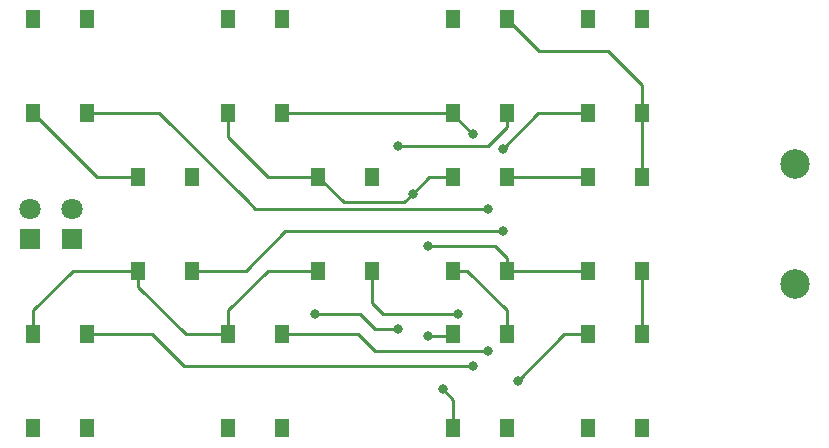
<source format=gbr>
%TF.GenerationSoftware,KiCad,Pcbnew,(6.0.6-0)*%
%TF.CreationDate,2022-12-31T16:02:41+01:00*%
%TF.ProjectId,rc5_remote,7263355f-7265-46d6-9f74-652e6b696361,rev?*%
%TF.SameCoordinates,Original*%
%TF.FileFunction,Copper,L2,Bot*%
%TF.FilePolarity,Positive*%
%FSLAX46Y46*%
G04 Gerber Fmt 4.6, Leading zero omitted, Abs format (unit mm)*
G04 Created by KiCad (PCBNEW (6.0.6-0)) date 2022-12-31 16:02:41*
%MOMM*%
%LPD*%
G01*
G04 APERTURE LIST*
%TA.AperFunction,ComponentPad*%
%ADD10C,2.500000*%
%TD*%
%TA.AperFunction,SMDPad,CuDef*%
%ADD11R,1.300000X1.550000*%
%TD*%
%TA.AperFunction,ComponentPad*%
%ADD12R,1.800000X1.800000*%
%TD*%
%TA.AperFunction,ComponentPad*%
%ADD13C,1.800000*%
%TD*%
%TA.AperFunction,ViaPad*%
%ADD14C,0.800000*%
%TD*%
%TA.AperFunction,Conductor*%
%ADD15C,0.254000*%
%TD*%
G04 APERTURE END LIST*
D10*
%TO.P,TP-1,1,1*%
%TO.N,GND*%
X172720000Y-83820000D03*
%TD*%
%TO.P,TP+1,1,1*%
%TO.N,Net-(BT1-Pad1)*%
X172720000Y-73660000D03*
%TD*%
D11*
%TO.P,SW11,1,1*%
%TO.N,Net-(JP1-Pad2)*%
X155230000Y-88100000D03*
X155230000Y-96050000D03*
%TO.P,SW11,2,2*%
%TO.N,Net-(SW10-Pad2)*%
X159730000Y-88100000D03*
X159730000Y-96050000D03*
%TD*%
%TO.P,SW10,1,1*%
%TO.N,Net-(SW10-Pad1)*%
X155230000Y-61430000D03*
X155230000Y-69380000D03*
%TO.P,SW10,2,2*%
%TO.N,Net-(SW10-Pad2)*%
X159730000Y-61430000D03*
X159730000Y-69380000D03*
%TD*%
%TO.P,SW7,1,1*%
%TO.N,Net-(SW1-Pad1)*%
X148300000Y-88100000D03*
X148300000Y-96050000D03*
%TO.P,SW7,2,2*%
%TO.N,Net-(JP4-Pad2)*%
X143800000Y-88100000D03*
X143800000Y-96050000D03*
%TD*%
D12*
%TO.P,DIR1,1,K*%
%TO.N,Net-(DIR1-Pad1)*%
X107980000Y-80015000D03*
D13*
%TO.P,DIR1,2,A*%
%TO.N,Net-(BT1-Pad1)*%
X107980000Y-77475000D03*
%TD*%
D11*
%TO.P,SW5,1,1*%
%TO.N,Net-(SW1-Pad1)*%
X108240000Y-88100000D03*
X108240000Y-96050000D03*
%TO.P,SW5,2,2*%
%TO.N,Net-(JP2-Pad2)*%
X112740000Y-96050000D03*
X112740000Y-88100000D03*
%TD*%
%TO.P,SW8,1,1*%
%TO.N,Net-(SW1-Pad1)*%
X143800000Y-82715000D03*
X143800000Y-74765000D03*
%TO.P,SW8,2,2*%
%TO.N,Net-(JP5-Pad2)*%
X148300000Y-82715000D03*
X148300000Y-74765000D03*
%TD*%
%TO.P,SW2,1,1*%
%TO.N,Net-(SW1-Pad1)*%
X108240000Y-61430000D03*
X108240000Y-69380000D03*
%TO.P,SW2,2,2*%
%TO.N,Net-(SW2-Pad2)*%
X112740000Y-61430000D03*
X112740000Y-69380000D03*
%TD*%
%TO.P,SW4,1,1*%
%TO.N,Net-(SW1-Pad1)*%
X124750000Y-96050000D03*
X124750000Y-88100000D03*
%TO.P,SW4,2,2*%
%TO.N,Net-(JP1-Pad2)*%
X129250000Y-96050000D03*
X129250000Y-88100000D03*
%TD*%
%TO.P,SW3,1,1*%
%TO.N,Net-(SW1-Pad1)*%
X117130000Y-74765000D03*
X117130000Y-82715000D03*
%TO.P,SW3,2,2*%
%TO.N,Net-(SW10-Pad1)*%
X121630000Y-74765000D03*
X121630000Y-82715000D03*
%TD*%
%TO.P,SW12,1,1*%
%TO.N,Net-(JP5-Pad2)*%
X155230000Y-74765000D03*
X155230000Y-82715000D03*
%TO.P,SW12,2,2*%
%TO.N,Net-(SW10-Pad2)*%
X159730000Y-74765000D03*
X159730000Y-82715000D03*
%TD*%
%TO.P,SW1,1,1*%
%TO.N,Net-(SW1-Pad1)*%
X124750000Y-69380000D03*
X124750000Y-61430000D03*
%TO.P,SW1,2,2*%
%TO.N,Net-(SW1-Pad2)*%
X129250000Y-69380000D03*
X129250000Y-61430000D03*
%TD*%
D12*
%TO.P,DSTATUS1,1,K*%
%TO.N,Net-(DSTATUS1-Pad1)*%
X111506000Y-80015000D03*
D13*
%TO.P,DSTATUS1,2,A*%
%TO.N,Net-(BT1-Pad1)*%
X111506000Y-77475000D03*
%TD*%
D11*
%TO.P,SW9,1,1*%
%TO.N,Net-(SW1-Pad2)*%
X143800000Y-61430000D03*
X143800000Y-69380000D03*
%TO.P,SW9,2,2*%
%TO.N,Net-(SW10-Pad2)*%
X148300000Y-61430000D03*
X148300000Y-69380000D03*
%TD*%
%TO.P,SW6,1,1*%
%TO.N,Net-(SW1-Pad1)*%
X132370000Y-82715000D03*
X132370000Y-74765000D03*
%TO.P,SW6,2,2*%
%TO.N,Net-(JP3-Pad2)*%
X136870000Y-74765000D03*
X136870000Y-82715000D03*
%TD*%
D14*
%TO.N,Net-(JP1-Pad2)*%
X149225000Y-92075000D03*
X146685000Y-89535000D03*
%TO.N,Net-(JP2-Pad2)*%
X145415000Y-90805000D03*
%TO.N,Net-(JP3-Pad2)*%
X144145000Y-86360000D03*
%TO.N,Net-(JP4-Pad2)*%
X142875000Y-92710000D03*
X141605000Y-88265000D03*
%TO.N,Net-(JP5-Pad2)*%
X141605000Y-80645000D03*
%TO.N,Net-(R1-Pad1)*%
X132080000Y-86360000D03*
X139065000Y-87630000D03*
%TO.N,Net-(SW1-Pad2)*%
X145415000Y-71120000D03*
%TO.N,Net-(SW1-Pad1)*%
X140335000Y-76200000D03*
%TO.N,Net-(SW2-Pad2)*%
X146685000Y-77470000D03*
%TO.N,Net-(SW10-Pad1)*%
X147955000Y-79375000D03*
X147955000Y-72390000D03*
%TO.N,Net-(SW10-Pad2)*%
X139065000Y-72136000D03*
%TD*%
D15*
%TO.N,Net-(JP1-Pad2)*%
X135725000Y-88100000D02*
X137160000Y-89535000D01*
X155230000Y-88100000D02*
X153200000Y-88100000D01*
X137160000Y-89535000D02*
X146685000Y-89535000D01*
X129250000Y-88100000D02*
X135725000Y-88100000D01*
X153200000Y-88100000D02*
X149225000Y-92075000D01*
%TO.N,Net-(JP2-Pad2)*%
X118262500Y-88100000D02*
X120967500Y-90805000D01*
X112740000Y-88100000D02*
X118262500Y-88100000D01*
X120967500Y-90805000D02*
X145415000Y-90805000D01*
%TO.N,Net-(JP3-Pad2)*%
X136870000Y-82715000D02*
X136870000Y-85435000D01*
X136870000Y-85435000D02*
X137795000Y-86360000D01*
X137795000Y-86360000D02*
X144145000Y-86360000D01*
%TO.N,Net-(JP4-Pad2)*%
X143800000Y-93635000D02*
X142875000Y-92710000D01*
X143635000Y-88265000D02*
X143800000Y-88100000D01*
X141605000Y-88265000D02*
X143635000Y-88265000D01*
X143800000Y-96050000D02*
X143800000Y-93635000D01*
%TO.N,Net-(JP5-Pad2)*%
X148300000Y-82715000D02*
X155230000Y-82715000D01*
X147320000Y-80645000D02*
X141605000Y-80645000D01*
X148300000Y-82715000D02*
X148300000Y-81625000D01*
X148300000Y-74765000D02*
X155230000Y-74765000D01*
X148300000Y-81625000D02*
X147320000Y-80645000D01*
%TO.N,Net-(R1-Pad1)*%
X132080000Y-86360000D02*
X135890000Y-86360000D01*
X137160000Y-87630000D02*
X139065000Y-87630000D01*
X135890000Y-86360000D02*
X137160000Y-87630000D01*
%TO.N,Net-(SW1-Pad2)*%
X143800000Y-69380000D02*
X143800000Y-69505000D01*
X129250000Y-69380000D02*
X143800000Y-69380000D01*
X143800000Y-69505000D02*
X145415000Y-71120000D01*
%TO.N,Net-(SW1-Pad1)*%
X128105000Y-74765000D02*
X132370000Y-74765000D01*
X140335000Y-76200000D02*
X141770000Y-74765000D01*
X111595000Y-82715000D02*
X117130000Y-82715000D01*
X132370000Y-74765000D02*
X134531500Y-76926500D01*
X143800000Y-82715000D02*
X144945000Y-82715000D01*
X117130000Y-82715000D02*
X117130000Y-84110000D01*
X128105000Y-82715000D02*
X124750000Y-86070000D01*
X113625000Y-74765000D02*
X117130000Y-74765000D01*
X108240000Y-88100000D02*
X108240000Y-86070000D01*
X124750000Y-69380000D02*
X124750000Y-71410000D01*
X108240000Y-69380000D02*
X113625000Y-74765000D01*
X121120000Y-88100000D02*
X124750000Y-88100000D01*
X124750000Y-86070000D02*
X124750000Y-88100000D01*
X108240000Y-86070000D02*
X111595000Y-82715000D01*
X144945000Y-82715000D02*
X148300000Y-86070000D01*
X134531500Y-76926500D02*
X139608500Y-76926500D01*
X117130000Y-84110000D02*
X121120000Y-88100000D01*
X148300000Y-86070000D02*
X148300000Y-88100000D01*
X141770000Y-74765000D02*
X143800000Y-74765000D01*
X132370000Y-82715000D02*
X128105000Y-82715000D01*
X139608500Y-76926500D02*
X140335000Y-76200000D01*
X124750000Y-71410000D02*
X128105000Y-74765000D01*
%TO.N,Net-(SW2-Pad2)*%
X118910000Y-69380000D02*
X126365000Y-76835000D01*
X112740000Y-69380000D02*
X118910000Y-69380000D01*
X127000000Y-77470000D02*
X146685000Y-77470000D01*
X126365000Y-76835000D02*
X127000000Y-77470000D01*
%TO.N,Net-(SW10-Pad1)*%
X126200000Y-82715000D02*
X129540000Y-79375000D01*
X155230000Y-69380000D02*
X150965000Y-69380000D01*
X129540000Y-79375000D02*
X147955000Y-79375000D01*
X150965000Y-69380000D02*
X147955000Y-72390000D01*
X121630000Y-82715000D02*
X126200000Y-82715000D01*
%TO.N,Net-(SW10-Pad2)*%
X159730000Y-67020000D02*
X159730000Y-69380000D01*
X159730000Y-82715000D02*
X159730000Y-88100000D01*
X148300000Y-61430000D02*
X151005000Y-64135000D01*
X148300000Y-70521000D02*
X146939000Y-71882000D01*
X146685000Y-72136000D02*
X139065000Y-72136000D01*
X148300000Y-69380000D02*
X148300000Y-70521000D01*
X151005000Y-64135000D02*
X156845000Y-64135000D01*
X156845000Y-64135000D02*
X159730000Y-67020000D01*
X159730000Y-69380000D02*
X159730000Y-74765000D01*
X146939000Y-71882000D02*
X146685000Y-72136000D01*
%TD*%
M02*

</source>
